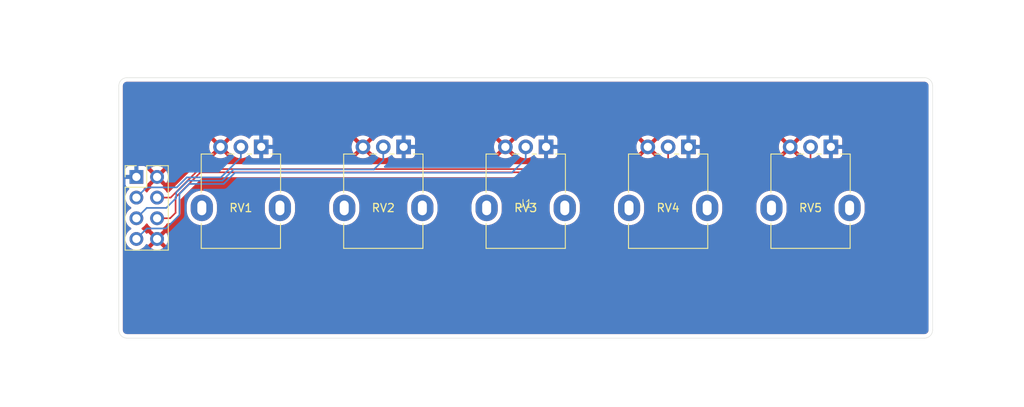
<source format=kicad_pcb>
(kicad_pcb (version 20241229) (generator "pcbnew") (generator_version "9.0")
  (layers (0 "F.Cu" signal) (2 "B.Cu" signal) (13 "F.Paste" user) (15 "B.Paste" user) (5 "F.SilkS" user "F.Silkscreen") (7 "B.SilkS" user "B.Silkscreen") (1 "F.Mask" user) (3 "B.Mask" user) (25 "Edge.Cuts" user))
  (net 0 "")
  (net 1 "GND")
  (net 2 "Net-(J1-Pin_5)")
  (net 3 "+3.3V")
  (net 4 "Net-(J1-Pin_3)")
  (net 5 "Net-(J1-Pin_4)")
  (net 6 "Net-(J1-Pin_7)")
  (net 7 "Net-(J1-Pin_6)")
  (footprint "Stephen:Potentiometer_Alpha_RD901F-40-00D_Single_Vertical_CENTER" (layer "F.Cu") (at 135 100 -90)
    (property "Reference" "RV5" (at 0 0 180) (layer "F.SilkS"))
    (property "Value" "R_Potentiometer")
    (fp_line (start -6.62 4.87) (end -1.9 4.87) (stroke (width 0.12)) (layer "F.SilkS"))
    (fp_line (start -6.62 4.87) (end -6.62 3.38) (stroke (width 0.12)) (layer "F.SilkS"))
    (fp_line (start 1.91 4.87) (end 4.97 4.87) (stroke (width 0.12)) (layer "F.SilkS"))
    (fp_line (start 4.97 4.87) (end 4.97 -4.87) (stroke (width 0.12)) (layer "F.SilkS"))
    (fp_line (start -6.62 1.66) (end -6.62 0.83) (stroke (width 0.12)) (layer "F.SilkS"))
    (fp_line (start -6.62 -0.79) (end -6.62 -1.32) (stroke (width 0.12)) (layer "F.SilkS"))
    (fp_line (start -6.62 -3.69) (end -6.62 -4.87) (stroke (width 0.12)) (layer "F.SilkS"))
    (fp_line (start 1.91 -4.87) (end 4.97 -4.87) (stroke (width 0.12)) (layer "F.SilkS"))
    (fp_line (start -6.62 -4.88) (end -1.9 -4.88) (stroke (width 0.12)) (layer "F.SilkS"))
    (pad "" thru_hole oval (at 0 -4.8) (size 2.72 3.24) (drill oval 1.1 1.8) (layers "*.Cu" "*.Mask"))
    (pad "" thru_hole oval (at 0 4.8) (size 2.72 3.24) (drill oval 1.1 1.8) (layers "*.Cu" "*.Mask"))
    (pad "1" thru_hole rect (at -7.5 -2.5) (size 1.8 1.8) (drill 1) (layers "*.Cu" "*.Mask") (net 1 "GND"))
    (pad "2" thru_hole circle (at -7.5 0) (size 1.8 1.8) (drill 1) (layers "*.Cu" "*.Mask") (net 7 "Net-(J1-Pin_6)"))
    (pad "3" thru_hole circle (at -7.5 2.5) (size 1.8 1.8) (drill 1) (layers "*.Cu" "*.Mask") (net 3 "+3.3V"))
  )
  (footprint "Stephen:MidiModuleBase" (layer "F.Cu") (at 100 100)
    (property "Reference" "J1" (at 0 -0.5 0) (layer "F.SilkS") (effects (font (thickness 0.1))))
    (property "Value" "Conn_02x04_Odd_Even")
    (fp_line (start -49.22 -5.19) (end -47.84 -5.19) (stroke (width 0.12)) (layer "F.SilkS"))
    (fp_line (start -49.22 -3.81) (end -49.22 -5.19) (stroke (width 0.12)) (layer "F.SilkS"))
    (fp_line (start -49.22 -2.54) (end -49.22 5.19) (stroke (width 0.12)) (layer "F.SilkS"))
    (fp_line (start -49.22 -2.54) (end -46.57 -2.54) (stroke (width 0.12)) (layer "F.SilkS"))
    (fp_line (start -49.22 5.19) (end -43.92 5.19) (stroke (width 0.12)) (layer "F.SilkS"))
    (fp_line (start -46.57 -5.19) (end -43.92 -5.19) (stroke (width 0.12)) (layer "F.SilkS"))
    (fp_line (start -46.57 -2.54) (end -46.57 -5.19) (stroke (width 0.12)) (layer "F.SilkS"))
    (fp_line (start -43.92 -5.19) (end -43.92 5.19) (stroke (width 0.12)) (layer "F.SilkS"))
    (fp_line (start -50 -15) (end -50 15) (stroke (width 0.05)) (layer "Edge.Cuts"))
    (fp_line (start -49 -16) (end 49 -16) (stroke (width 0.05)) (layer "Edge.Cuts"))
    (fp_line (start -49 16) (end 49 16) (stroke (width 0.05)) (layer "Edge.Cuts"))
    (fp_line (start 50 -15) (end 50 15) (stroke (width 0.05)) (layer "Edge.Cuts"))
    (fp_arc (start -50 -15) (mid -49.707107 -15.707107) (end -49 -16) (stroke (width 0.05)) (layer "Edge.Cuts"))
    (fp_arc (start -49 16) (mid -49.707107 15.707107) (end -50 15) (stroke (width 0.05)) (layer "Edge.Cuts"))
    (fp_arc (start 49 -16) (mid 49.707107 -15.707107) (end 50 -15) (stroke (width 0.05)) (layer "Edge.Cuts"))
    (fp_arc (start 50 15) (mid 49.707107 15.707107) (end 49 16) (stroke (width 0.05)) (layer "Edge.Cuts"))
    (pad "1" thru_hole rect (at -47.84 -3.81) (size 1.7 1.7) (drill 1) (layers "*.Cu" "*.Mask") (net 1 "GND"))
    (pad "2" thru_hole circle (at -45.3 -3.81) (size 1.7 1.7) (drill 1) (layers "*.Cu" "*.Mask") (net 3 "+3.3V"))
    (pad "3" thru_hole circle (at -47.84 -1.27) (size 1.7 1.7) (drill 1) (layers "*.Cu" "*.Mask") (net 4 "Net-(J1-Pin_3)"))
    (pad "4" thru_hole circle (at -45.3 -1.27) (size 1.7 1.7) (drill 1) (layers "*.Cu" "*.Mask") (net 5 "Net-(J1-Pin_4)"))
    (pad "5" thru_hole circle (at -47.84 1.27) (size 1.7 1.7) (drill 1) (layers "*.Cu" "*.Mask") (net 2 "Net-(J1-Pin_5)"))
    (pad "6" thru_hole circle (at -45.3 1.27) (size 1.7 1.7) (drill 1) (layers "*.Cu" "*.Mask") (net 7 "Net-(J1-Pin_6)"))
    (pad "7" thru_hole circle (at -47.84 3.81) (size 1.7 1.7) (drill 1) (layers "*.Cu" "*.Mask") (net 6 "Net-(J1-Pin_7)"))
    (pad "8" thru_hole circle (at -45.3 3.81) (size 1.7 1.7) (drill 1) (layers "*.Cu" "*.Mask") (net 3 "+3.3V"))
  )
  (footprint "Stephen:Potentiometer_Alpha_RD901F-40-00D_Single_Vertical_CENTER" (layer "F.Cu") (at 100 100 -90)
    (property "Reference" "RV3" (at 0 0 180) (layer "F.SilkS"))
    (property "Value" "R_Potentiometer")
    (fp_line (start -6.62 4.87) (end -1.9 4.87) (stroke (width 0.12)) (layer "F.SilkS"))
    (fp_line (start -6.62 4.87) (end -6.62 3.38) (stroke (width 0.12)) (layer "F.SilkS"))
    (fp_line (start 1.91 4.87) (end 4.97 4.87) (stroke (width 0.12)) (layer "F.SilkS"))
    (fp_line (start 4.97 4.87) (end 4.97 -4.87) (stroke (width 0.12)) (layer "F.SilkS"))
    (fp_line (start -6.62 1.66) (end -6.62 0.83) (stroke (width 0.12)) (layer "F.SilkS"))
    (fp_line (start -6.62 -0.79) (end -6.62 -1.32) (stroke (width 0.12)) (layer "F.SilkS"))
    (fp_line (start -6.62 -3.69) (end -6.62 -4.87) (stroke (width 0.12)) (layer "F.SilkS"))
    (fp_line (start 1.91 -4.87) (end 4.97 -4.87) (stroke (width 0.12)) (layer "F.SilkS"))
    (fp_line (start -6.62 -4.88) (end -1.9 -4.88) (stroke (width 0.12)) (layer "F.SilkS"))
    (pad "" thru_hole oval (at 0 -4.8) (size 2.72 3.24) (drill oval 1.1 1.8) (layers "*.Cu" "*.Mask"))
    (pad "" thru_hole oval (at 0 4.8) (size 2.72 3.24) (drill oval 1.1 1.8) (layers "*.Cu" "*.Mask"))
    (pad "1" thru_hole rect (at -7.5 -2.5) (size 1.8 1.8) (drill 1) (layers "*.Cu" "*.Mask") (net 1 "GND"))
    (pad "2" thru_hole circle (at -7.5 0) (size 1.8 1.8) (drill 1) (layers "*.Cu" "*.Mask") (net 6 "Net-(J1-Pin_7)"))
    (pad "3" thru_hole circle (at -7.5 2.5) (size 1.8 1.8) (drill 1) (layers "*.Cu" "*.Mask") (net 3 "+3.3V"))
  )
  (footprint "Stephen:Potentiometer_Alpha_RD901F-40-00D_Single_Vertical_CENTER" (layer "F.Cu") (at 65 100 -90)
    (property "Reference" "RV1" (at 0 0 180) (layer "F.SilkS"))
    (property "Value" "R_Potentiometer")
    (fp_line (start -6.62 4.87) (end -1.9 4.87) (stroke (width 0.12)) (layer "F.SilkS"))
    (fp_line (start -6.62 4.87) (end -6.62 3.38) (stroke (width 0.12)) (layer "F.SilkS"))
    (fp_line (start 1.91 4.87) (end 4.97 4.87) (stroke (width 0.12)) (layer "F.SilkS"))
    (fp_line (start 4.97 4.87) (end 4.97 -4.87) (stroke (width 0.12)) (layer "F.SilkS"))
    (fp_line (start -6.62 1.66) (end -6.62 0.83) (stroke (width 0.12)) (layer "F.SilkS"))
    (fp_line (start -6.62 -0.79) (end -6.62 -1.32) (stroke (width 0.12)) (layer "F.SilkS"))
    (fp_line (start -6.62 -3.69) (end -6.62 -4.87) (stroke (width 0.12)) (layer "F.SilkS"))
    (fp_line (start 1.91 -4.87) (end 4.97 -4.87) (stroke (width 0.12)) (layer "F.SilkS"))
    (fp_line (start -6.62 -4.88) (end -1.9 -4.88) (stroke (width 0.12)) (layer "F.SilkS"))
    (pad "" thru_hole oval (at 0 -4.8) (size 2.72 3.24) (drill oval 1.1 1.8) (layers "*.Cu" "*.Mask"))
    (pad "" thru_hole oval (at 0 4.8) (size 2.72 3.24) (drill oval 1.1 1.8) (layers "*.Cu" "*.Mask"))
    (pad "1" thru_hole rect (at -7.5 -2.5) (size 1.8 1.8) (drill 1) (layers "*.Cu" "*.Mask") (net 1 "GND"))
    (pad "2" thru_hole circle (at -7.5 0) (size 1.8 1.8) (drill 1) (layers "*.Cu" "*.Mask") (net 4 "Net-(J1-Pin_3)"))
    (pad "3" thru_hole circle (at -7.5 2.5) (size 1.8 1.8) (drill 1) (layers "*.Cu" "*.Mask") (net 3 "+3.3V"))
  )
  (footprint "Stephen:Potentiometer_Alpha_RD901F-40-00D_Single_Vertical_CENTER" (layer "F.Cu") (at 117.5 100 -90)
    (property "Reference" "RV4" (at 0 0 180) (layer "F.SilkS"))
    (property "Value" "R_Potentiometer")
    (fp_line (start -6.62 4.87) (end -1.9 4.87) (stroke (width 0.12)) (layer "F.SilkS"))
    (fp_line (start -6.62 4.87) (end -6.62 3.38) (stroke (width 0.12)) (layer "F.SilkS"))
    (fp_line (start 1.91 4.87) (end 4.97 4.87) (stroke (width 0.12)) (layer "F.SilkS"))
    (fp_line (start 4.97 4.87) (end 4.97 -4.87) (stroke (width 0.12)) (layer "F.SilkS"))
    (fp_line (start -6.62 1.66) (end -6.62 0.83) (stroke (width 0.12)) (layer "F.SilkS"))
    (fp_line (start -6.62 -0.79) (end -6.62 -1.32) (stroke (width 0.12)) (layer "F.SilkS"))
    (fp_line (start -6.62 -3.69) (end -6.62 -4.87) (stroke (width 0.12)) (layer "F.SilkS"))
    (fp_line (start 1.91 -4.87) (end 4.97 -4.87) (stroke (width 0.12)) (layer "F.SilkS"))
    (fp_line (start -6.62 -4.88) (end -1.9 -4.88) (stroke (width 0.12)) (layer "F.SilkS"))
    (pad "" thru_hole oval (at 0 -4.8) (size 2.72 3.24) (drill oval 1.1 1.8) (layers "*.Cu" "*.Mask"))
    (pad "" thru_hole oval (at 0 4.8) (size 2.72 3.24) (drill oval 1.1 1.8) (layers "*.Cu" "*.Mask"))
    (pad "1" thru_hole rect (at -7.5 -2.5) (size 1.8 1.8) (drill 1) (layers "*.Cu" "*.Mask") (net 1 "GND"))
    (pad "2" thru_hole circle (at -7.5 0) (size 1.8 1.8) (drill 1) (layers "*.Cu" "*.Mask") (net 5 "Net-(J1-Pin_4)"))
    (pad "3" thru_hole circle (at -7.5 2.5) (size 1.8 1.8) (drill 1) (layers "*.Cu" "*.Mask") (net 3 "+3.3V"))
  )
  (footprint "Stephen:Potentiometer_Alpha_RD901F-40-00D_Single_Vertical_CENTER" (layer "F.Cu") (at 82.5 100 -90)
    (property "Reference" "RV2" (at 0 0 180) (layer "F.SilkS"))
    (property "Value" "R_Potentiometer")
    (fp_line (start -6.62 4.87) (end -1.9 4.87) (stroke (width 0.12)) (layer "F.SilkS"))
    (fp_line (start -6.62 4.87) (end -6.62 3.38) (stroke (width 0.12)) (layer "F.SilkS"))
    (fp_line (start 1.91 4.87) (end 4.97 4.87) (stroke (width 0.12)) (layer "F.SilkS"))
    (fp_line (start 4.97 4.87) (end 4.97 -4.87) (stroke (width 0.12)) (layer "F.SilkS"))
    (fp_line (start -6.62 1.66) (end -6.62 0.83) (stroke (width 0.12)) (layer "F.SilkS"))
    (fp_line (start -6.62 -0.79) (end -6.62 -1.32) (stroke (width 0.12)) (layer "F.SilkS"))
    (fp_line (start -6.62 -3.69) (end -6.62 -4.87) (stroke (width 0.12)) (layer "F.SilkS"))
    (fp_line (start 1.91 -4.87) (end 4.97 -4.87) (stroke (width 0.12)) (layer "F.SilkS"))
    (fp_line (start -6.62 -4.88) (end -1.9 -4.88) (stroke (width 0.12)) (layer "F.SilkS"))
    (pad "" thru_hole oval (at 0 -4.8) (size 2.72 3.24) (drill oval 1.1 1.8) (layers "*.Cu" "*.Mask"))
    (pad "" thru_hole oval (at 0 4.8) (size 2.72 3.24) (drill oval 1.1 1.8) (layers "*.Cu" "*.Mask"))
    (pad "1" thru_hole rect (at -7.5 -2.5) (size 1.8 1.8) (drill 1) (layers "*.Cu" "*.Mask") (net 1 "GND"))
    (pad "2" thru_hole circle (at -7.5 0) (size 1.8 1.8) (drill 1) (layers "*.Cu" "*.Mask") (net 2 "Net-(J1-Pin_5)"))
    (pad "3" thru_hole circle (at -7.5 2.5) (size 1.8 1.8) (drill 1) (layers "*.Cu" "*.Mask") (net 3 "+3.3V"))
  )
  (segment (start 82.5 94.125) (end 82.5 92.5) (width 0.2) (layer "B.Cu") (net 2))
  (segment (start 57.05 98.1171) (end 58.5161 96.651) (width 0.2) (layer "B.Cu") (net 2))
  (segment (start 58.5161 96.651) (end 62.724 96.651) (width 0.2) (layer "B.Cu") (net 2))
  (segment (start 55.825 100) (end 57.05 98.775) (width 0.2) (layer "B.Cu") (net 2))
  (segment (start 62.724 96.651) (end 64.1 95.275) (width 0.2) (layer "B.Cu") (net 2))
  (segment (start 53.43 100) (end 55.825 100) (width 0.2) (layer "B.Cu") (net 2))
  (segment (start 52.16 101.27) (end 53.43 100) (width 0.2) (layer "B.Cu") (net 2))
  (segment (start 64.1 95.275) (end 81.35 95.275) (width 0.2) (layer "B.Cu") (net 2))
  (segment (start 57.05 98.775) (end 57.05 98.1171) (width 0.2) (layer "B.Cu") (net 2))
  (segment (start 81.35 95.275) (end 82.5 94.125) (width 0.2) (layer "B.Cu") (net 2))
  (segment (start 52.16 99.31) (end 52.16 98.73) (width 0.2) (layer "F.Cu") (net 4))
  (segment (start 52.505 98.73) (end 52.16 98.73) (width 0.2) (layer "F.Cu") (net 4))
  (segment (start 53.415 97.475) (end 57.125 97.475) (width 0.2) (layer "B.Cu") (net 4))
  (segment (start 65 93.8) (end 65 92.5) (width 0.2) (layer "B.Cu") (net 4))
  (segment (start 52.16 98.73) (end 53.415 97.475) (width 0.2) (layer "B.Cu") (net 4))
  (segment (start 58.35 96.25) (end 62.55 96.25) (width 0.2) (layer "B.Cu") (net 4))
  (segment (start 62.55 96.25) (end 65 93.8) (width 0.2) (layer "B.Cu") (net 4))
  (segment (start 57.125 97.475) (end 58.35 96.25) (width 0.2) (layer "B.Cu") (net 4))
  (segment (start 56.37 98.73) (end 59.875 95.225) (width 0.2) (layer "F.Cu") (net 5))
  (segment (start 117.5 93.975) (end 117.5 92.5) (width 0.2) (layer "F.Cu") (net 5))
  (segment (start 54.7 98.73) (end 56.37 98.73) (width 0.2) (layer "F.Cu") (net 5))
  (segment (start 116.25 95.225) (end 117.5 93.975) (width 0.2) (layer "F.Cu") (net 5))
  (segment (start 59.875 95.225) (end 116.25 95.225) (width 0.2) (layer "F.Cu") (net 5))
  (segment (start 64.2661 95.676) (end 98.299 95.676) (width 0.2) (layer "B.Cu") (net 6))
  (segment (start 100 93.975) (end 100 92.5) (width 0.2) (layer "B.Cu") (net 6))
  (segment (start 55.8 102.525) (end 57.451 100.874) (width 0.2) (layer "B.Cu") (net 6))
  (segment (start 53.445 102.525) (end 55.8 102.525) (width 0.2) (layer "B.Cu") (net 6))
  (segment (start 57.451 98.2832) (end 58.6822 97.052) (width 0.2) (layer "B.Cu") (net 6))
  (segment (start 52.16 103.81) (end 53.445 102.525) (width 0.2) (layer "B.Cu") (net 6))
  (segment (start 62.8901 97.052) (end 64.2661 95.676) (width 0.2) (layer "B.Cu") (net 6))
  (segment (start 57.451 100.874) (end 57.451 98.2832) (width 0.2) (layer "B.Cu") (net 6))
  (segment (start 58.6822 97.052) (end 62.8901 97.052) (width 0.2) (layer "B.Cu") (net 6))
  (segment (start 98.299 95.676) (end 100 93.975) (width 0.2) (layer "B.Cu") (net 6))
  (segment (start 56.975 98.6921) (end 60.0411 95.626) (width 0.2) (layer "F.Cu") (net 7))
  (segment (start 60.0411 95.626) (end 133.924 95.626) (width 0.2) (layer "F.Cu") (net 7))
  (segment (start 133.924 95.626) (end 135 94.55) (width 0.2) (layer "F.Cu") (net 7))
  (segment (start 54.7 101.27) (end 54.7 101.85) (width 0.2) (layer "F.Cu") (net 7))
  (segment (start 54.7 101.27) (end 56.305 101.27) (width 0.2) (layer "F.Cu") (net 7))
  (segment (start 56.305 101.27) (end 56.975 100.6) (width 0.2) (layer "F.Cu") (net 7))
  (segment (start 135 94.55) (end 135 92.5) (width 0.2) (layer "F.Cu") (net 7))
  (segment (start 56.975 100.6) (end 56.975 98.6921) (width 0.2) (layer "F.Cu") (net 7))
  (zone (net 3) (net_name "+3.3V") (layer "F.Cu") (connect_pads (clearance 0.5)) (min_thickness 0.25) (fill yes (thermal_gap 0.5) (thermal_bridge_width 0.5))
    (polygon (pts (xy 36.9 76.975) (xy 35.8 124.5) (xy 157.575 124.175) (xy 155.15 78.075) (xy 36.925 76.975)))
  )
  (zone (net 1) (net_name "GND") (layer "B.Cu") (priority 1) (connect_pads (clearance 0.5)) (min_thickness 0.25) (fill yes (thermal_gap 0.5) (thermal_bridge_width 0.5))
    (polygon (pts (xy 35.4 75.725) (xy 35.8 124.5) (xy 159.1 124.5) (xy 158.675 124.5) (xy 161.25 74.45)))
  )
)
</source>
